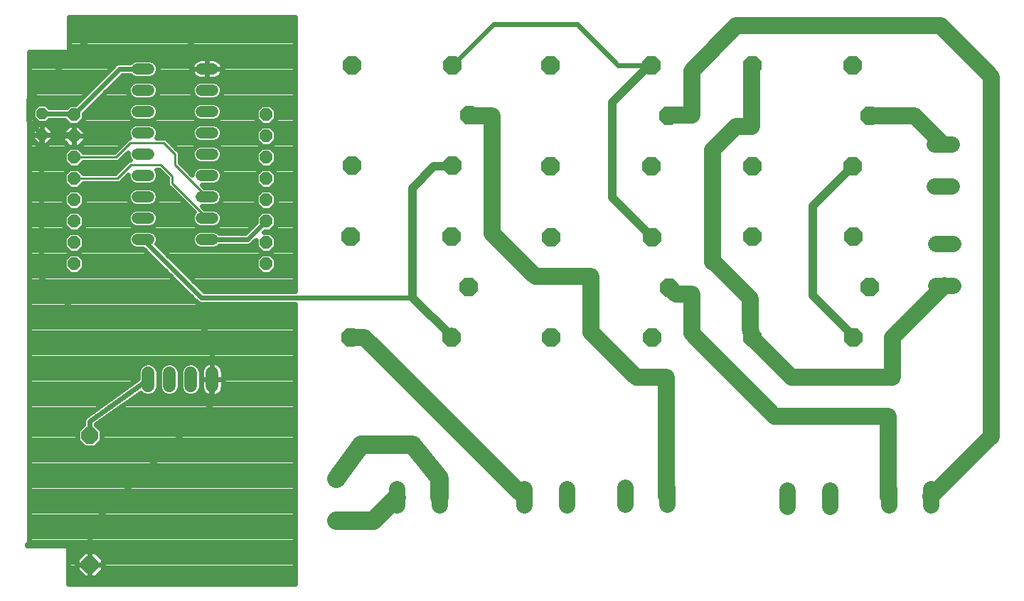
<source format=gbl>
G75*
%MOIN*%
%OFA0B0*%
%FSLAX25Y25*%
%IPPOS*%
%LPD*%
%AMOC8*
5,1,8,0,0,1.08239X$1,22.5*
%
%ADD10OC8,0.06000*%
%ADD11OC8,0.07874*%
%ADD12OC8,0.08600*%
%ADD13C,0.05200*%
%ADD14C,0.07800*%
%ADD15OC8,0.05200*%
%ADD16C,0.06000*%
%ADD17C,0.08600*%
%ADD18C,0.02400*%
%ADD19C,0.01000*%
%ADD20C,0.08000*%
%ADD21C,0.04000*%
D10*
X0054161Y0190291D03*
X0054161Y0200291D03*
X0054161Y0210291D03*
X0054161Y0220291D03*
X0054161Y0230291D03*
X0054161Y0240291D03*
X0054161Y0250291D03*
X0054161Y0260291D03*
X0144161Y0260291D03*
X0144161Y0250291D03*
X0144161Y0240291D03*
X0144161Y0230291D03*
X0144161Y0220291D03*
X0144161Y0210291D03*
X0144161Y0200291D03*
X0144161Y0190291D03*
D11*
X0061596Y0109690D03*
X0061596Y0049060D03*
X0177344Y0069532D03*
X0177344Y0089217D03*
D12*
X0184020Y0155833D03*
X0231264Y0155833D03*
X0239138Y0179455D03*
X0231264Y0203077D03*
X0277947Y0202792D03*
X0325191Y0202792D03*
X0333065Y0179170D03*
X0325191Y0155548D03*
X0277947Y0155548D03*
X0372153Y0155688D03*
X0419397Y0155688D03*
X0427271Y0179310D03*
X0419397Y0202932D03*
X0372153Y0202932D03*
X0372047Y0236156D03*
X0332778Y0259770D03*
X0324904Y0283392D03*
X0277660Y0283392D03*
X0239512Y0259868D03*
X0231638Y0283490D03*
X0184394Y0283490D03*
X0184394Y0236246D03*
X0184020Y0203077D03*
X0231638Y0236246D03*
X0277660Y0236148D03*
X0324904Y0236148D03*
X0372047Y0283400D03*
X0419291Y0283400D03*
X0427165Y0259778D03*
X0419291Y0236156D03*
D13*
X0119079Y0231751D02*
X0113879Y0231751D01*
X0113879Y0241751D02*
X0119079Y0241751D01*
X0119079Y0251751D02*
X0113879Y0251751D01*
X0113879Y0261751D02*
X0119079Y0261751D01*
X0119079Y0271751D02*
X0113879Y0271751D01*
X0113879Y0281751D02*
X0119079Y0281751D01*
X0089079Y0281751D02*
X0083879Y0281751D01*
X0083879Y0271751D02*
X0089079Y0271751D01*
X0089079Y0261751D02*
X0083879Y0261751D01*
X0083879Y0251751D02*
X0089079Y0251751D01*
X0089079Y0241751D02*
X0083879Y0241751D01*
X0083879Y0231751D02*
X0089079Y0231751D01*
X0089079Y0221751D02*
X0083879Y0221751D01*
X0083879Y0211751D02*
X0089079Y0211751D01*
X0089079Y0201751D02*
X0083879Y0201751D01*
X0113879Y0201751D02*
X0119079Y0201751D01*
X0119079Y0211751D02*
X0113879Y0211751D01*
X0113879Y0221751D02*
X0119079Y0221751D01*
D14*
X0205690Y0084758D02*
X0205690Y0076958D01*
X0225390Y0076958D02*
X0225390Y0084758D01*
X0265326Y0084807D02*
X0265326Y0077007D01*
X0285026Y0077007D02*
X0285026Y0084807D01*
X0312571Y0085226D02*
X0312571Y0077426D01*
X0332271Y0077426D02*
X0332271Y0085226D01*
X0388686Y0084173D02*
X0388686Y0076373D01*
X0408386Y0076373D02*
X0408386Y0084173D01*
X0436037Y0084764D02*
X0436037Y0076964D01*
X0455737Y0076964D02*
X0455737Y0084764D01*
X0458270Y0180159D02*
X0466070Y0180159D01*
X0466070Y0199859D02*
X0458270Y0199859D01*
X0457663Y0226553D02*
X0465463Y0226553D01*
X0465463Y0246253D02*
X0457663Y0246253D01*
D15*
X0039252Y0250850D03*
X0039252Y0260850D03*
D16*
X0088931Y0139091D02*
X0088931Y0133091D01*
X0098931Y0133091D02*
X0098931Y0139091D01*
X0108931Y0139091D02*
X0108931Y0133091D01*
X0118931Y0133091D02*
X0118931Y0139091D01*
D17*
X0177344Y0089217D02*
X0188932Y0105268D01*
X0213007Y0105268D01*
X0225390Y0089810D01*
X0225390Y0080858D01*
X0205690Y0080858D02*
X0194365Y0069532D01*
X0177344Y0069532D01*
D18*
X0051384Y0057974D02*
X0051384Y0039944D01*
X0157751Y0039944D01*
X0157751Y0171428D01*
X0113205Y0171428D01*
X0112102Y0171885D01*
X0111258Y0172729D01*
X0086637Y0197351D01*
X0083004Y0197351D01*
X0081387Y0198021D01*
X0080149Y0199258D01*
X0079479Y0200876D01*
X0079479Y0202626D01*
X0080149Y0204243D01*
X0081387Y0205481D01*
X0083004Y0206151D01*
X0089955Y0206151D01*
X0091572Y0205481D01*
X0092809Y0204243D01*
X0093479Y0202626D01*
X0093479Y0200876D01*
X0092928Y0199545D01*
X0115044Y0177428D01*
X0157751Y0177428D01*
X0157751Y0305972D01*
X0057657Y0305972D01*
X0057395Y0305654D01*
X0057395Y0306127D01*
X0051951Y0306127D01*
X0051951Y0289546D01*
X0033252Y0289546D01*
X0033252Y0058794D01*
X0032156Y0058794D01*
X0032156Y0057974D01*
X0051384Y0057974D01*
X0051384Y0057432D02*
X0157751Y0057432D01*
X0157751Y0055034D02*
X0064301Y0055034D01*
X0064138Y0055197D02*
X0061596Y0055197D01*
X0059054Y0055197D01*
X0055459Y0051602D01*
X0055459Y0049060D01*
X0061596Y0049060D01*
X0061596Y0055197D01*
X0061596Y0049060D01*
X0061596Y0049060D01*
X0061596Y0049060D01*
X0061596Y0067178D01*
X0118661Y0124243D01*
X0118661Y0135821D01*
X0118931Y0136091D01*
X0118931Y0136091D01*
X0118931Y0127891D01*
X0118522Y0127891D01*
X0117714Y0128019D01*
X0116935Y0128272D01*
X0116206Y0128644D01*
X0115544Y0129125D01*
X0114965Y0129704D01*
X0114484Y0130366D01*
X0114112Y0131095D01*
X0113859Y0131874D01*
X0113731Y0132682D01*
X0113731Y0136091D01*
X0118931Y0136091D01*
X0118931Y0136091D01*
X0118931Y0127891D01*
X0119341Y0127891D01*
X0120149Y0128019D01*
X0120927Y0128272D01*
X0121657Y0128644D01*
X0122319Y0129125D01*
X0122898Y0129704D01*
X0123379Y0130366D01*
X0123750Y0131095D01*
X0124003Y0131874D01*
X0124131Y0132682D01*
X0124131Y0136091D01*
X0118931Y0136091D01*
X0113731Y0136091D01*
X0113731Y0139501D01*
X0113859Y0140309D01*
X0114112Y0141088D01*
X0114484Y0141817D01*
X0114965Y0142479D01*
X0115544Y0143058D01*
X0116206Y0143539D01*
X0116935Y0143910D01*
X0117714Y0144163D01*
X0118522Y0144291D01*
X0118931Y0144291D01*
X0118931Y0136092D01*
X0118931Y0136092D01*
X0118931Y0144291D01*
X0119341Y0144291D01*
X0120149Y0144163D01*
X0120927Y0143910D01*
X0121657Y0143539D01*
X0122319Y0143058D01*
X0122898Y0142479D01*
X0123379Y0141817D01*
X0123750Y0141088D01*
X0124003Y0140309D01*
X0124131Y0139501D01*
X0124131Y0136091D01*
X0118931Y0136091D01*
X0118931Y0155742D01*
X0109191Y0165482D01*
X0057125Y0165482D01*
X0038972Y0183635D01*
X0038972Y0250569D01*
X0039252Y0250850D01*
X0039252Y0255650D01*
X0037264Y0255650D01*
X0034452Y0252838D01*
X0034452Y0250850D01*
X0039252Y0250850D01*
X0039252Y0250850D01*
X0039252Y0255650D01*
X0041240Y0255650D01*
X0044052Y0252838D01*
X0044052Y0250850D01*
X0039252Y0250850D01*
X0039252Y0250849D01*
X0039252Y0250849D01*
X0039252Y0246050D01*
X0037264Y0246050D01*
X0034452Y0248861D01*
X0034452Y0250849D01*
X0039252Y0250849D01*
X0039252Y0246050D01*
X0041240Y0246050D01*
X0044052Y0248861D01*
X0044052Y0250849D01*
X0039252Y0250849D01*
X0039252Y0250850D01*
X0032925Y0257771D01*
X0032925Y0267472D01*
X0063841Y0299115D01*
X0103452Y0299115D01*
X0116479Y0286088D01*
X0116479Y0281751D01*
X0116479Y0281751D01*
X0109079Y0281751D01*
X0109079Y0282129D01*
X0109198Y0282875D01*
X0109431Y0283593D01*
X0109774Y0284267D01*
X0110218Y0284878D01*
X0110752Y0285412D01*
X0111364Y0285856D01*
X0112037Y0286199D01*
X0112755Y0286433D01*
X0113502Y0286551D01*
X0116479Y0286551D01*
X0116479Y0281751D01*
X0116479Y0281751D01*
X0109079Y0281751D01*
X0109079Y0281373D01*
X0109198Y0280627D01*
X0109431Y0279908D01*
X0109774Y0279235D01*
X0110218Y0278624D01*
X0110752Y0278090D01*
X0111364Y0277646D01*
X0112037Y0277303D01*
X0112755Y0277069D01*
X0113502Y0276951D01*
X0116479Y0276951D01*
X0116479Y0281751D01*
X0116479Y0281751D01*
X0116479Y0286551D01*
X0119457Y0286551D01*
X0120203Y0286433D01*
X0120922Y0286199D01*
X0121595Y0285856D01*
X0122206Y0285412D01*
X0122741Y0284878D01*
X0123185Y0284267D01*
X0123528Y0283593D01*
X0123761Y0282875D01*
X0123879Y0282129D01*
X0123879Y0281751D01*
X0116479Y0281751D01*
X0116479Y0281751D01*
X0116479Y0276951D01*
X0119457Y0276951D01*
X0120203Y0277069D01*
X0120922Y0277303D01*
X0121595Y0277646D01*
X0122206Y0278090D01*
X0122741Y0278624D01*
X0123185Y0279235D01*
X0123528Y0279908D01*
X0123761Y0280627D01*
X0123879Y0281373D01*
X0123879Y0281751D01*
X0116479Y0281751D01*
X0116479Y0282892D02*
X0116479Y0282892D01*
X0116479Y0280494D02*
X0116479Y0280494D01*
X0116479Y0278095D02*
X0116479Y0278095D01*
X0113004Y0276151D02*
X0111387Y0275481D01*
X0110149Y0274243D01*
X0109479Y0272626D01*
X0109479Y0270876D01*
X0110149Y0269258D01*
X0111387Y0268021D01*
X0113004Y0267351D01*
X0119955Y0267351D01*
X0121572Y0268021D01*
X0122809Y0269258D01*
X0123479Y0270876D01*
X0123479Y0272626D01*
X0122809Y0274243D01*
X0121572Y0275481D01*
X0119955Y0276151D01*
X0113004Y0276151D01*
X0111908Y0275697D02*
X0091050Y0275697D01*
X0091572Y0275481D02*
X0089955Y0276151D01*
X0083004Y0276151D01*
X0081387Y0275481D01*
X0080149Y0274243D01*
X0079479Y0272626D01*
X0079479Y0270876D01*
X0080149Y0269258D01*
X0081387Y0268021D01*
X0083004Y0267351D01*
X0089955Y0267351D01*
X0091572Y0268021D01*
X0092809Y0269258D01*
X0093479Y0270876D01*
X0093479Y0272626D01*
X0092809Y0274243D01*
X0091572Y0275481D01*
X0089955Y0277351D02*
X0091572Y0278021D01*
X0092809Y0279258D01*
X0093479Y0280876D01*
X0093479Y0282626D01*
X0092809Y0284243D01*
X0091572Y0285481D01*
X0089955Y0286151D01*
X0083004Y0286151D01*
X0081387Y0285481D01*
X0080657Y0284751D01*
X0075024Y0284751D01*
X0073921Y0284294D01*
X0054718Y0265091D01*
X0052172Y0265091D01*
X0050931Y0263850D01*
X0042475Y0263850D01*
X0041075Y0265250D01*
X0037430Y0265250D01*
X0034852Y0262672D01*
X0034852Y0259027D01*
X0037430Y0256450D01*
X0041075Y0256450D01*
X0042475Y0257850D01*
X0049814Y0257850D01*
X0052172Y0255491D01*
X0056149Y0255491D01*
X0058961Y0258303D01*
X0058961Y0260848D01*
X0076863Y0278751D01*
X0080657Y0278751D01*
X0081387Y0278021D01*
X0083004Y0277351D01*
X0089955Y0277351D01*
X0091646Y0278095D02*
X0110747Y0278095D01*
X0109241Y0280494D02*
X0093321Y0280494D01*
X0093369Y0282892D02*
X0109203Y0282892D01*
X0110631Y0285291D02*
X0091762Y0285291D01*
X0086479Y0281751D02*
X0075620Y0281751D01*
X0054161Y0260291D01*
X0053602Y0260850D01*
X0039252Y0260850D01*
X0035884Y0263704D02*
X0033252Y0263704D01*
X0033252Y0261306D02*
X0034852Y0261306D01*
X0034972Y0258907D02*
X0033252Y0258907D01*
X0033252Y0256509D02*
X0037370Y0256509D01*
X0035725Y0254110D02*
X0033252Y0254110D01*
X0033252Y0251712D02*
X0034452Y0251712D01*
X0034452Y0249313D02*
X0033252Y0249313D01*
X0033252Y0246915D02*
X0036399Y0246915D01*
X0039252Y0246915D02*
X0039252Y0246915D01*
X0039252Y0249313D02*
X0039252Y0249313D01*
X0039252Y0250850D02*
X0053484Y0250968D01*
X0054161Y0250291D01*
X0054161Y0250291D01*
X0059361Y0250291D01*
X0059361Y0248137D01*
X0056315Y0245091D01*
X0054161Y0245091D01*
X0054161Y0250291D01*
X0059361Y0250291D01*
X0059361Y0252445D01*
X0056315Y0255491D01*
X0054161Y0255491D01*
X0054161Y0250291D01*
X0054161Y0250291D01*
X0054161Y0250291D01*
X0054161Y0245091D01*
X0052007Y0245091D01*
X0048961Y0248137D01*
X0048961Y0250291D01*
X0054161Y0250291D01*
X0054161Y0255491D01*
X0052007Y0255491D01*
X0048961Y0252445D01*
X0048961Y0250291D01*
X0054161Y0250291D01*
X0054161Y0250291D01*
X0054161Y0249313D02*
X0054161Y0249313D01*
X0054161Y0246915D02*
X0054161Y0246915D01*
X0056149Y0245091D02*
X0052172Y0245091D01*
X0049361Y0242279D01*
X0049361Y0238303D01*
X0052172Y0235491D01*
X0056149Y0235491D01*
X0058649Y0237991D01*
X0074962Y0237991D01*
X0079479Y0242508D01*
X0079479Y0240876D01*
X0080149Y0239258D01*
X0080460Y0238947D01*
X0079912Y0238947D01*
X0078565Y0237600D01*
X0073556Y0232591D01*
X0058649Y0232591D01*
X0056149Y0235091D01*
X0052172Y0235091D01*
X0049361Y0232279D01*
X0049361Y0228303D01*
X0052172Y0225491D01*
X0056149Y0225491D01*
X0058649Y0227991D01*
X0075461Y0227991D01*
X0079479Y0232009D01*
X0079479Y0230876D01*
X0080149Y0229258D01*
X0081387Y0228021D01*
X0083004Y0227351D01*
X0089955Y0227351D01*
X0091572Y0228021D01*
X0092809Y0229258D01*
X0093479Y0230876D01*
X0093479Y0232626D01*
X0092809Y0234243D01*
X0092705Y0234347D01*
X0094039Y0234347D01*
X0097842Y0230544D01*
X0097842Y0227135D01*
X0110442Y0214536D01*
X0110149Y0214243D01*
X0109479Y0212626D01*
X0109479Y0210876D01*
X0110149Y0209258D01*
X0111387Y0208021D01*
X0113004Y0207351D01*
X0119955Y0207351D01*
X0121572Y0208021D01*
X0122809Y0209258D01*
X0123479Y0210876D01*
X0123479Y0212626D01*
X0122809Y0214243D01*
X0121572Y0215481D01*
X0119955Y0216151D01*
X0115332Y0216151D01*
X0114132Y0217351D01*
X0119955Y0217351D01*
X0121572Y0218021D01*
X0122809Y0219258D01*
X0123479Y0220876D01*
X0123479Y0222626D01*
X0122809Y0224243D01*
X0121572Y0225481D01*
X0119955Y0226151D01*
X0115332Y0226151D01*
X0114132Y0227351D01*
X0119955Y0227351D01*
X0121572Y0228021D01*
X0122809Y0229258D01*
X0123479Y0230876D01*
X0123479Y0232626D01*
X0122809Y0234243D01*
X0121572Y0235481D01*
X0119955Y0236151D01*
X0113004Y0236151D01*
X0111387Y0235481D01*
X0110149Y0234243D01*
X0109479Y0232626D01*
X0109479Y0232004D01*
X0103762Y0237720D01*
X0103762Y0242684D01*
X0102415Y0244032D01*
X0097199Y0249248D01*
X0092799Y0249248D01*
X0092809Y0249258D01*
X0093479Y0250876D01*
X0093479Y0252626D01*
X0092809Y0254243D01*
X0091572Y0255481D01*
X0089955Y0256151D01*
X0083004Y0256151D01*
X0081387Y0255481D01*
X0080149Y0254243D01*
X0079479Y0252626D01*
X0079479Y0250876D01*
X0080149Y0249258D01*
X0080159Y0249248D01*
X0079714Y0249248D01*
X0078367Y0247901D01*
X0073057Y0242591D01*
X0058649Y0242591D01*
X0056149Y0245091D01*
X0056724Y0244516D02*
X0074982Y0244516D01*
X0077381Y0246915D02*
X0058138Y0246915D01*
X0059361Y0249313D02*
X0080126Y0249313D01*
X0079479Y0251712D02*
X0059361Y0251712D01*
X0057695Y0254110D02*
X0080094Y0254110D01*
X0081387Y0258021D02*
X0083004Y0257351D01*
X0089955Y0257351D01*
X0091572Y0258021D01*
X0092809Y0259258D01*
X0093479Y0260876D01*
X0093479Y0262626D01*
X0092809Y0264243D01*
X0091572Y0265481D01*
X0089955Y0266151D01*
X0083004Y0266151D01*
X0081387Y0265481D01*
X0080149Y0264243D01*
X0079479Y0262626D01*
X0079479Y0260876D01*
X0080149Y0259258D01*
X0081387Y0258021D01*
X0080500Y0258907D02*
X0058961Y0258907D01*
X0059418Y0261306D02*
X0079479Y0261306D01*
X0079926Y0263704D02*
X0061817Y0263704D01*
X0064215Y0266103D02*
X0082888Y0266103D01*
X0080906Y0268501D02*
X0066614Y0268501D01*
X0069012Y0270900D02*
X0079479Y0270900D01*
X0079758Y0273298D02*
X0071411Y0273298D01*
X0073809Y0275697D02*
X0081908Y0275697D01*
X0081312Y0278095D02*
X0076208Y0278095D01*
X0072519Y0282892D02*
X0033252Y0282892D01*
X0033252Y0280494D02*
X0070121Y0280494D01*
X0067722Y0278095D02*
X0033252Y0278095D01*
X0033252Y0275697D02*
X0065324Y0275697D01*
X0062925Y0273298D02*
X0033252Y0273298D01*
X0033252Y0270900D02*
X0060527Y0270900D01*
X0058128Y0268501D02*
X0033252Y0268501D01*
X0033252Y0266103D02*
X0055730Y0266103D01*
X0057167Y0256509D02*
X0141155Y0256509D01*
X0142172Y0255491D02*
X0146149Y0255491D01*
X0148961Y0258303D01*
X0148961Y0262279D01*
X0146149Y0265091D01*
X0142172Y0265091D01*
X0139361Y0262279D01*
X0139361Y0258303D01*
X0142172Y0255491D01*
X0142172Y0255091D02*
X0139361Y0252279D01*
X0139361Y0248303D01*
X0142172Y0245491D01*
X0146149Y0245491D01*
X0148961Y0248303D01*
X0148961Y0252279D01*
X0146149Y0255091D01*
X0142172Y0255091D01*
X0141192Y0254110D02*
X0122865Y0254110D01*
X0122809Y0254243D02*
X0121572Y0255481D01*
X0119955Y0256151D01*
X0113004Y0256151D01*
X0111387Y0255481D01*
X0110149Y0254243D01*
X0109479Y0252626D01*
X0109479Y0250876D01*
X0110149Y0249258D01*
X0111387Y0248021D01*
X0113004Y0247351D01*
X0119955Y0247351D01*
X0121572Y0248021D01*
X0122809Y0249258D01*
X0123479Y0250876D01*
X0123479Y0252626D01*
X0122809Y0254243D01*
X0123479Y0251712D02*
X0139361Y0251712D01*
X0139361Y0249313D02*
X0122832Y0249313D01*
X0121572Y0245481D02*
X0119955Y0246151D01*
X0113004Y0246151D01*
X0111387Y0245481D01*
X0110149Y0244243D01*
X0109479Y0242626D01*
X0109479Y0240876D01*
X0110149Y0239258D01*
X0111387Y0238021D01*
X0113004Y0237351D01*
X0119955Y0237351D01*
X0121572Y0238021D01*
X0122809Y0239258D01*
X0123479Y0240876D01*
X0123479Y0242626D01*
X0122809Y0244243D01*
X0121572Y0245481D01*
X0122536Y0244516D02*
X0141598Y0244516D01*
X0142172Y0245091D02*
X0139361Y0242279D01*
X0139361Y0238303D01*
X0142172Y0235491D01*
X0146149Y0235491D01*
X0148961Y0238303D01*
X0148961Y0242279D01*
X0146149Y0245091D01*
X0142172Y0245091D01*
X0140749Y0246915D02*
X0099532Y0246915D01*
X0101931Y0244516D02*
X0110422Y0244516D01*
X0109479Y0242118D02*
X0103762Y0242118D01*
X0103762Y0239719D02*
X0109958Y0239719D01*
X0110828Y0234922D02*
X0106561Y0234922D01*
X0108959Y0232524D02*
X0109479Y0232524D01*
X0104162Y0237321D02*
X0140343Y0237321D01*
X0139361Y0239719D02*
X0123000Y0239719D01*
X0123479Y0242118D02*
X0139361Y0242118D01*
X0142172Y0235091D02*
X0139361Y0232279D01*
X0139361Y0228303D01*
X0142172Y0225491D01*
X0146149Y0225491D01*
X0148961Y0228303D01*
X0148961Y0232279D01*
X0146149Y0235091D01*
X0142172Y0235091D01*
X0142004Y0234922D02*
X0122130Y0234922D01*
X0123479Y0232524D02*
X0139605Y0232524D01*
X0139361Y0230125D02*
X0123168Y0230125D01*
X0120862Y0227727D02*
X0139937Y0227727D01*
X0142172Y0225091D02*
X0139361Y0222279D01*
X0139361Y0218303D01*
X0142172Y0215491D01*
X0146149Y0215491D01*
X0148961Y0218303D01*
X0148961Y0222279D01*
X0146149Y0225091D01*
X0142172Y0225091D01*
X0140011Y0222930D02*
X0123354Y0222930D01*
X0123337Y0220531D02*
X0139361Y0220531D01*
X0139531Y0218133D02*
X0121684Y0218133D01*
X0120961Y0215734D02*
X0141929Y0215734D01*
X0142172Y0215091D02*
X0139361Y0212279D01*
X0139361Y0209734D01*
X0134378Y0204751D01*
X0122302Y0204751D01*
X0121572Y0205481D01*
X0119955Y0206151D01*
X0113004Y0206151D01*
X0111387Y0205481D01*
X0110149Y0204243D01*
X0109479Y0202626D01*
X0109479Y0200876D01*
X0110149Y0199258D01*
X0111387Y0198021D01*
X0113004Y0197351D01*
X0119955Y0197351D01*
X0121572Y0198021D01*
X0122302Y0198751D01*
X0136217Y0198751D01*
X0137320Y0199208D01*
X0139361Y0201248D01*
X0139361Y0198303D01*
X0142172Y0195491D01*
X0146149Y0195491D01*
X0148961Y0198303D01*
X0148961Y0202279D01*
X0146149Y0205091D01*
X0143203Y0205091D01*
X0143603Y0205491D01*
X0146149Y0205491D01*
X0148961Y0208303D01*
X0148961Y0212279D01*
X0146149Y0215091D01*
X0142172Y0215091D01*
X0140417Y0213336D02*
X0123185Y0213336D01*
X0123479Y0210937D02*
X0139361Y0210937D01*
X0138166Y0208539D02*
X0122090Y0208539D01*
X0119981Y0206140D02*
X0135767Y0206140D01*
X0135620Y0201751D02*
X0144161Y0210291D01*
X0147904Y0213336D02*
X0157751Y0213336D01*
X0157751Y0215734D02*
X0146392Y0215734D01*
X0148790Y0218133D02*
X0157751Y0218133D01*
X0157751Y0220531D02*
X0148961Y0220531D01*
X0148310Y0222930D02*
X0157751Y0222930D01*
X0157751Y0225328D02*
X0121725Y0225328D01*
X0109243Y0215734D02*
X0090961Y0215734D01*
X0091572Y0215481D02*
X0089955Y0216151D01*
X0083004Y0216151D01*
X0081387Y0215481D01*
X0080149Y0214243D01*
X0079479Y0212626D01*
X0079479Y0210876D01*
X0080149Y0209258D01*
X0081387Y0208021D01*
X0083004Y0207351D01*
X0089955Y0207351D01*
X0091572Y0208021D01*
X0092809Y0209258D01*
X0093479Y0210876D01*
X0093479Y0212626D01*
X0092809Y0214243D01*
X0091572Y0215481D01*
X0089955Y0217351D02*
X0091572Y0218021D01*
X0092809Y0219258D01*
X0093479Y0220876D01*
X0093479Y0222626D01*
X0092809Y0224243D01*
X0091572Y0225481D01*
X0089955Y0226151D01*
X0083004Y0226151D01*
X0081387Y0225481D01*
X0080149Y0224243D01*
X0079479Y0222626D01*
X0079479Y0220876D01*
X0080149Y0219258D01*
X0081387Y0218021D01*
X0083004Y0217351D01*
X0089955Y0217351D01*
X0091684Y0218133D02*
X0106845Y0218133D01*
X0104446Y0220531D02*
X0093337Y0220531D01*
X0093354Y0222930D02*
X0102048Y0222930D01*
X0099649Y0225328D02*
X0091725Y0225328D01*
X0090862Y0227727D02*
X0097842Y0227727D01*
X0097842Y0230125D02*
X0093168Y0230125D01*
X0093479Y0232524D02*
X0095863Y0232524D01*
X0082097Y0227727D02*
X0058384Y0227727D01*
X0056149Y0225091D02*
X0052172Y0225091D01*
X0049361Y0222279D01*
X0049361Y0218303D01*
X0052172Y0215491D01*
X0056149Y0215491D01*
X0058961Y0218303D01*
X0058961Y0222279D01*
X0056149Y0225091D01*
X0058310Y0222930D02*
X0079605Y0222930D01*
X0079622Y0220531D02*
X0058961Y0220531D01*
X0058790Y0218133D02*
X0081275Y0218133D01*
X0081998Y0215734D02*
X0056392Y0215734D01*
X0056149Y0215091D02*
X0058961Y0212279D01*
X0058961Y0208303D01*
X0056149Y0205491D01*
X0052172Y0205491D01*
X0049361Y0208303D01*
X0049361Y0212279D01*
X0052172Y0215091D01*
X0056149Y0215091D01*
X0057904Y0213336D02*
X0079773Y0213336D01*
X0079479Y0210937D02*
X0058961Y0210937D01*
X0058961Y0208539D02*
X0080869Y0208539D01*
X0082978Y0206140D02*
X0056798Y0206140D01*
X0056149Y0205091D02*
X0052172Y0205091D01*
X0049361Y0202279D01*
X0049361Y0198303D01*
X0052172Y0195491D01*
X0056149Y0195491D01*
X0058961Y0198303D01*
X0058961Y0202279D01*
X0056149Y0205091D01*
X0057498Y0203742D02*
X0079941Y0203742D01*
X0079479Y0201343D02*
X0058961Y0201343D01*
X0058961Y0198945D02*
X0080463Y0198945D01*
X0086479Y0201751D02*
X0113802Y0174428D01*
X0212890Y0174428D01*
X0157751Y0170162D02*
X0033252Y0170162D01*
X0033252Y0167764D02*
X0157751Y0167764D01*
X0157751Y0165365D02*
X0033252Y0165365D01*
X0033252Y0162967D02*
X0157751Y0162967D01*
X0157751Y0160568D02*
X0033252Y0160568D01*
X0033252Y0158170D02*
X0157751Y0158170D01*
X0157751Y0155771D02*
X0033252Y0155771D01*
X0033252Y0153373D02*
X0157751Y0153373D01*
X0157751Y0150974D02*
X0033252Y0150974D01*
X0033252Y0148576D02*
X0157751Y0148576D01*
X0157751Y0146177D02*
X0033252Y0146177D01*
X0033252Y0143779D02*
X0087705Y0143779D01*
X0087976Y0143891D02*
X0086212Y0143161D01*
X0084862Y0141810D01*
X0084131Y0140046D01*
X0084131Y0136337D01*
X0060128Y0119097D01*
X0059897Y0119001D01*
X0059647Y0118752D01*
X0059361Y0118546D01*
X0059230Y0118334D01*
X0059053Y0118157D01*
X0058918Y0117832D01*
X0058732Y0117532D01*
X0058692Y0117286D01*
X0058596Y0117055D01*
X0058596Y0116702D01*
X0058539Y0116354D01*
X0058596Y0116111D01*
X0058596Y0114803D01*
X0055859Y0112066D01*
X0055859Y0107313D01*
X0059220Y0103953D01*
X0063972Y0103953D01*
X0067333Y0107313D01*
X0067333Y0112066D01*
X0064596Y0114803D01*
X0064596Y0114919D01*
X0085384Y0129850D01*
X0086212Y0129022D01*
X0087976Y0128291D01*
X0089886Y0128291D01*
X0091650Y0129022D01*
X0093000Y0130372D01*
X0093731Y0132137D01*
X0093731Y0140046D01*
X0093000Y0141810D01*
X0091650Y0143161D01*
X0089886Y0143891D01*
X0087976Y0143891D01*
X0090158Y0143779D02*
X0097705Y0143779D01*
X0097976Y0143891D02*
X0096212Y0143161D01*
X0094862Y0141810D01*
X0094131Y0140046D01*
X0094131Y0132137D01*
X0094862Y0130372D01*
X0096212Y0129022D01*
X0097976Y0128291D01*
X0099886Y0128291D01*
X0101650Y0129022D01*
X0103000Y0130372D01*
X0103731Y0132137D01*
X0103731Y0140046D01*
X0103000Y0141810D01*
X0101650Y0143161D01*
X0099886Y0143891D01*
X0097976Y0143891D01*
X0100158Y0143779D02*
X0107705Y0143779D01*
X0107976Y0143891D02*
X0106212Y0143161D01*
X0104862Y0141810D01*
X0104131Y0140046D01*
X0104131Y0132137D01*
X0104862Y0130372D01*
X0106212Y0129022D01*
X0107976Y0128291D01*
X0109886Y0128291D01*
X0111650Y0129022D01*
X0113000Y0130372D01*
X0113731Y0132137D01*
X0113731Y0140046D01*
X0113000Y0141810D01*
X0111650Y0143161D01*
X0109886Y0143891D01*
X0107976Y0143891D01*
X0110158Y0143779D02*
X0116677Y0143779D01*
X0118931Y0143779D02*
X0118931Y0143779D01*
X0121186Y0143779D02*
X0157751Y0143779D01*
X0157751Y0141380D02*
X0123601Y0141380D01*
X0124131Y0138982D02*
X0157751Y0138982D01*
X0157751Y0136583D02*
X0124131Y0136583D01*
X0124131Y0134185D02*
X0157751Y0134185D01*
X0157751Y0131786D02*
X0123975Y0131786D01*
X0122581Y0129388D02*
X0157751Y0129388D01*
X0157751Y0126989D02*
X0081401Y0126989D01*
X0078062Y0124591D02*
X0157751Y0124591D01*
X0157751Y0122192D02*
X0074722Y0122192D01*
X0071383Y0119794D02*
X0157751Y0119794D01*
X0157751Y0117395D02*
X0068044Y0117395D01*
X0064704Y0114997D02*
X0157751Y0114997D01*
X0157751Y0112598D02*
X0066801Y0112598D01*
X0067333Y0110200D02*
X0157751Y0110200D01*
X0157751Y0107801D02*
X0067333Y0107801D01*
X0065422Y0105403D02*
X0157751Y0105403D01*
X0157751Y0103004D02*
X0033252Y0103004D01*
X0033252Y0100606D02*
X0157751Y0100606D01*
X0157751Y0098207D02*
X0033252Y0098207D01*
X0033252Y0095809D02*
X0157751Y0095809D01*
X0157751Y0093410D02*
X0033252Y0093410D01*
X0033252Y0091012D02*
X0157751Y0091012D01*
X0157751Y0088613D02*
X0033252Y0088613D01*
X0033252Y0086215D02*
X0157751Y0086215D01*
X0157751Y0083816D02*
X0033252Y0083816D01*
X0033252Y0081417D02*
X0157751Y0081417D01*
X0157751Y0079019D02*
X0033252Y0079019D01*
X0033252Y0076620D02*
X0157751Y0076620D01*
X0157751Y0074222D02*
X0033252Y0074222D01*
X0033252Y0071823D02*
X0157751Y0071823D01*
X0157751Y0069425D02*
X0033252Y0069425D01*
X0033252Y0067026D02*
X0157751Y0067026D01*
X0157751Y0064628D02*
X0033252Y0064628D01*
X0033252Y0062229D02*
X0157751Y0062229D01*
X0157751Y0059831D02*
X0033252Y0059831D01*
X0051384Y0055034D02*
X0058891Y0055034D01*
X0061596Y0055034D02*
X0061596Y0055034D01*
X0061596Y0052635D02*
X0061596Y0052635D01*
X0061596Y0050237D02*
X0061596Y0050237D01*
X0061596Y0049060D02*
X0067733Y0049060D01*
X0067733Y0051602D01*
X0064138Y0055197D01*
X0066700Y0052635D02*
X0157751Y0052635D01*
X0157751Y0050237D02*
X0067733Y0050237D01*
X0067733Y0049060D02*
X0061596Y0049060D01*
X0061596Y0049060D01*
X0055459Y0049060D01*
X0055459Y0046518D01*
X0059054Y0042923D01*
X0061596Y0042923D01*
X0061596Y0049060D01*
X0061596Y0042923D01*
X0064138Y0042923D01*
X0067733Y0046518D01*
X0067733Y0049060D01*
X0067733Y0047838D02*
X0157751Y0047838D01*
X0157751Y0045440D02*
X0066655Y0045440D01*
X0064256Y0043041D02*
X0157751Y0043041D01*
X0157751Y0040643D02*
X0051384Y0040643D01*
X0051384Y0043041D02*
X0058936Y0043041D01*
X0061596Y0043041D02*
X0061596Y0043041D01*
X0061596Y0045440D02*
X0061596Y0045440D01*
X0061596Y0047838D02*
X0061596Y0047838D01*
X0061596Y0049060D02*
X0061596Y0049060D01*
X0056537Y0045440D02*
X0051384Y0045440D01*
X0051384Y0047838D02*
X0055459Y0047838D01*
X0055459Y0050237D02*
X0051384Y0050237D01*
X0051384Y0052635D02*
X0056492Y0052635D01*
X0057770Y0105403D02*
X0033252Y0105403D01*
X0033252Y0107801D02*
X0055859Y0107801D01*
X0055859Y0110200D02*
X0033252Y0110200D01*
X0033252Y0112598D02*
X0056391Y0112598D01*
X0058596Y0114997D02*
X0033252Y0114997D01*
X0033252Y0117395D02*
X0058710Y0117395D01*
X0061596Y0116458D02*
X0088931Y0136091D01*
X0084131Y0136583D02*
X0033252Y0136583D01*
X0033252Y0134185D02*
X0081134Y0134185D01*
X0077795Y0131786D02*
X0033252Y0131786D01*
X0033252Y0129388D02*
X0074455Y0129388D01*
X0071116Y0126989D02*
X0033252Y0126989D01*
X0033252Y0124591D02*
X0067777Y0124591D01*
X0064437Y0122192D02*
X0033252Y0122192D01*
X0033252Y0119794D02*
X0061098Y0119794D01*
X0061596Y0116458D02*
X0061596Y0109690D01*
X0084740Y0129388D02*
X0085847Y0129388D01*
X0092016Y0129388D02*
X0095847Y0129388D01*
X0094276Y0131786D02*
X0093586Y0131786D01*
X0093731Y0134185D02*
X0094131Y0134185D01*
X0094131Y0136583D02*
X0093731Y0136583D01*
X0093731Y0138982D02*
X0094131Y0138982D01*
X0094684Y0141380D02*
X0093179Y0141380D01*
X0084684Y0141380D02*
X0033252Y0141380D01*
X0033252Y0138982D02*
X0084131Y0138982D01*
X0103179Y0141380D02*
X0104684Y0141380D01*
X0104131Y0138982D02*
X0103731Y0138982D01*
X0103731Y0136583D02*
X0104131Y0136583D01*
X0104131Y0134185D02*
X0103731Y0134185D01*
X0103586Y0131786D02*
X0104276Y0131786D01*
X0105847Y0129388D02*
X0102016Y0129388D01*
X0112016Y0129388D02*
X0115281Y0129388D01*
X0113888Y0131786D02*
X0113586Y0131786D01*
X0113731Y0134185D02*
X0113731Y0134185D01*
X0113731Y0136583D02*
X0113731Y0136583D01*
X0113731Y0138982D02*
X0113731Y0138982D01*
X0114261Y0141380D02*
X0113179Y0141380D01*
X0118931Y0141380D02*
X0118931Y0141380D01*
X0118931Y0138982D02*
X0118931Y0138982D01*
X0118931Y0136583D02*
X0118931Y0136583D01*
X0118931Y0136091D02*
X0118931Y0136091D01*
X0118931Y0134185D02*
X0118931Y0134185D01*
X0118931Y0131786D02*
X0118931Y0131786D01*
X0118931Y0129388D02*
X0118931Y0129388D01*
X0111427Y0172561D02*
X0033252Y0172561D01*
X0033252Y0174959D02*
X0109028Y0174959D01*
X0106630Y0177358D02*
X0033252Y0177358D01*
X0033252Y0179756D02*
X0104231Y0179756D01*
X0101833Y0182155D02*
X0033252Y0182155D01*
X0033252Y0184553D02*
X0099434Y0184553D01*
X0097036Y0186952D02*
X0057610Y0186952D01*
X0058961Y0188303D02*
X0056149Y0185491D01*
X0052172Y0185491D01*
X0049361Y0188303D01*
X0049361Y0192279D01*
X0052172Y0195091D01*
X0056149Y0195091D01*
X0058961Y0192279D01*
X0058961Y0188303D01*
X0058961Y0189350D02*
X0094637Y0189350D01*
X0092239Y0191749D02*
X0058961Y0191749D01*
X0057092Y0194148D02*
X0089840Y0194148D01*
X0087441Y0196546D02*
X0057204Y0196546D01*
X0051118Y0196546D02*
X0033252Y0196546D01*
X0033252Y0194148D02*
X0051229Y0194148D01*
X0049361Y0191749D02*
X0033252Y0191749D01*
X0033252Y0189350D02*
X0049361Y0189350D01*
X0050712Y0186952D02*
X0033252Y0186952D01*
X0033252Y0198945D02*
X0049361Y0198945D01*
X0049361Y0201343D02*
X0033252Y0201343D01*
X0033252Y0203742D02*
X0050823Y0203742D01*
X0051523Y0206140D02*
X0033252Y0206140D01*
X0033252Y0208539D02*
X0049361Y0208539D01*
X0049361Y0210937D02*
X0033252Y0210937D01*
X0033252Y0213336D02*
X0050417Y0213336D01*
X0051929Y0215734D02*
X0033252Y0215734D01*
X0033252Y0218133D02*
X0049531Y0218133D01*
X0049361Y0220531D02*
X0033252Y0220531D01*
X0033252Y0222930D02*
X0050011Y0222930D01*
X0049937Y0227727D02*
X0033252Y0227727D01*
X0033252Y0230125D02*
X0049361Y0230125D01*
X0049605Y0232524D02*
X0033252Y0232524D01*
X0033252Y0234922D02*
X0052004Y0234922D01*
X0050343Y0237321D02*
X0033252Y0237321D01*
X0033252Y0239719D02*
X0049361Y0239719D01*
X0049361Y0242118D02*
X0033252Y0242118D01*
X0033252Y0244516D02*
X0051598Y0244516D01*
X0050183Y0246915D02*
X0042106Y0246915D01*
X0044052Y0249313D02*
X0048961Y0249313D01*
X0048961Y0251712D02*
X0044052Y0251712D01*
X0042780Y0254110D02*
X0050626Y0254110D01*
X0051155Y0256509D02*
X0041134Y0256509D01*
X0039252Y0254110D02*
X0039252Y0254110D01*
X0039252Y0251712D02*
X0039252Y0251712D01*
X0054161Y0251712D02*
X0054161Y0251712D01*
X0054161Y0254110D02*
X0054161Y0254110D01*
X0076691Y0239719D02*
X0079958Y0239719D01*
X0079479Y0242118D02*
X0079089Y0242118D01*
X0078286Y0237321D02*
X0057979Y0237321D01*
X0056318Y0234922D02*
X0075887Y0234922D01*
X0077595Y0230125D02*
X0079790Y0230125D01*
X0081234Y0225328D02*
X0033252Y0225328D01*
X0089981Y0206140D02*
X0112978Y0206140D01*
X0110869Y0208539D02*
X0092090Y0208539D01*
X0093479Y0210937D02*
X0109479Y0210937D01*
X0109773Y0213336D02*
X0093185Y0213336D01*
X0093017Y0203742D02*
X0109941Y0203742D01*
X0109479Y0201343D02*
X0093479Y0201343D01*
X0093528Y0198945D02*
X0110463Y0198945D01*
X0116479Y0201751D02*
X0135620Y0201751D01*
X0136685Y0198945D02*
X0139361Y0198945D01*
X0141118Y0196546D02*
X0095927Y0196546D01*
X0098325Y0194148D02*
X0141229Y0194148D01*
X0142172Y0195091D02*
X0139361Y0192279D01*
X0139361Y0188303D01*
X0142172Y0185491D01*
X0146149Y0185491D01*
X0148961Y0188303D01*
X0148961Y0192279D01*
X0146149Y0195091D01*
X0142172Y0195091D01*
X0139361Y0191749D02*
X0100724Y0191749D01*
X0103122Y0189350D02*
X0139361Y0189350D01*
X0140712Y0186952D02*
X0105521Y0186952D01*
X0107919Y0184553D02*
X0157751Y0184553D01*
X0157751Y0182155D02*
X0110318Y0182155D01*
X0112716Y0179756D02*
X0157751Y0179756D01*
X0157751Y0186952D02*
X0147610Y0186952D01*
X0148961Y0189350D02*
X0157751Y0189350D01*
X0157751Y0191749D02*
X0148961Y0191749D01*
X0147092Y0194148D02*
X0157751Y0194148D01*
X0157751Y0196546D02*
X0147204Y0196546D01*
X0148961Y0198945D02*
X0157751Y0198945D01*
X0157751Y0201343D02*
X0148961Y0201343D01*
X0147498Y0203742D02*
X0157751Y0203742D01*
X0157751Y0206140D02*
X0146798Y0206140D01*
X0148961Y0208539D02*
X0157751Y0208539D01*
X0157751Y0210937D02*
X0148961Y0210937D01*
X0148384Y0227727D02*
X0157751Y0227727D01*
X0157751Y0230125D02*
X0148961Y0230125D01*
X0148716Y0232524D02*
X0157751Y0232524D01*
X0157751Y0234922D02*
X0146318Y0234922D01*
X0147979Y0237321D02*
X0157751Y0237321D01*
X0157751Y0239719D02*
X0148961Y0239719D01*
X0148961Y0242118D02*
X0157751Y0242118D01*
X0157751Y0244516D02*
X0146724Y0244516D01*
X0147573Y0246915D02*
X0157751Y0246915D01*
X0157751Y0249313D02*
X0148961Y0249313D01*
X0148961Y0251712D02*
X0157751Y0251712D01*
X0157751Y0254110D02*
X0147130Y0254110D01*
X0147167Y0256509D02*
X0157751Y0256509D01*
X0157751Y0258907D02*
X0148961Y0258907D01*
X0148961Y0261306D02*
X0157751Y0261306D01*
X0157751Y0263704D02*
X0147536Y0263704D01*
X0140786Y0263704D02*
X0123033Y0263704D01*
X0122809Y0264243D02*
X0121572Y0265481D01*
X0119955Y0266151D01*
X0113004Y0266151D01*
X0111387Y0265481D01*
X0110149Y0264243D01*
X0109479Y0262626D01*
X0109479Y0260876D01*
X0110149Y0259258D01*
X0111387Y0258021D01*
X0113004Y0257351D01*
X0119955Y0257351D01*
X0121572Y0258021D01*
X0122809Y0259258D01*
X0123479Y0260876D01*
X0123479Y0262626D01*
X0122809Y0264243D01*
X0123479Y0261306D02*
X0139361Y0261306D01*
X0139361Y0258907D02*
X0122458Y0258907D01*
X0120070Y0266103D02*
X0157751Y0266103D01*
X0157751Y0268501D02*
X0122052Y0268501D01*
X0123479Y0270900D02*
X0157751Y0270900D01*
X0157751Y0273298D02*
X0123201Y0273298D01*
X0121050Y0275697D02*
X0157751Y0275697D01*
X0157751Y0278095D02*
X0122212Y0278095D01*
X0123718Y0280494D02*
X0157751Y0280494D01*
X0157751Y0282892D02*
X0123755Y0282892D01*
X0122327Y0285291D02*
X0157751Y0285291D01*
X0157751Y0287689D02*
X0033252Y0287689D01*
X0033252Y0285291D02*
X0081197Y0285291D01*
X0093201Y0273298D02*
X0109758Y0273298D01*
X0109479Y0270900D02*
X0093479Y0270900D01*
X0092052Y0268501D02*
X0110906Y0268501D01*
X0112888Y0266103D02*
X0090070Y0266103D01*
X0093033Y0263704D02*
X0109926Y0263704D01*
X0109479Y0261306D02*
X0093479Y0261306D01*
X0092458Y0258907D02*
X0110500Y0258907D01*
X0110094Y0254110D02*
X0092865Y0254110D01*
X0093479Y0251712D02*
X0109479Y0251712D01*
X0110126Y0249313D02*
X0092832Y0249313D01*
X0116479Y0285291D02*
X0116479Y0285291D01*
X0157751Y0290088D02*
X0051951Y0290088D01*
X0051951Y0292486D02*
X0157751Y0292486D01*
X0157751Y0294885D02*
X0051951Y0294885D01*
X0051951Y0297284D02*
X0157751Y0297284D01*
X0157751Y0299682D02*
X0051951Y0299682D01*
X0051951Y0302081D02*
X0157751Y0302081D01*
X0157751Y0304479D02*
X0051951Y0304479D01*
X0231638Y0283490D02*
X0250694Y0302546D01*
X0290201Y0302546D01*
X0309355Y0283392D01*
X0324904Y0283392D01*
D19*
X0116479Y0221751D02*
X0101462Y0236768D01*
X0101462Y0241732D01*
X0096246Y0246948D01*
X0080667Y0246948D01*
X0074010Y0240291D01*
X0054161Y0240291D01*
X0054161Y0230291D02*
X0074509Y0230291D01*
X0080865Y0236647D01*
X0094992Y0236647D01*
X0100142Y0231497D01*
X0100142Y0228088D01*
X0116479Y0211751D01*
D20*
X0184020Y0155833D02*
X0184347Y0155728D01*
X0190252Y0155728D01*
X0265055Y0080925D01*
X0265326Y0080907D01*
X0331985Y0081417D02*
X0332271Y0081326D01*
X0331985Y0081417D02*
X0331985Y0137027D01*
X0317713Y0137027D01*
X0296551Y0158188D01*
X0296551Y0184271D01*
X0270469Y0184271D01*
X0250292Y0204448D01*
X0250292Y0259566D01*
X0239957Y0259566D01*
X0239512Y0259868D01*
X0231638Y0236246D02*
X0231591Y0235944D01*
X0332778Y0259770D02*
X0332969Y0260058D01*
X0343703Y0260058D01*
X0343703Y0280728D01*
X0364465Y0301889D01*
X0460390Y0301889D01*
X0484111Y0278169D01*
X0484111Y0109035D01*
X0483677Y0108602D01*
X0456000Y0080925D01*
X0455737Y0080864D01*
X0436037Y0080864D02*
X0435823Y0080925D01*
X0435823Y0118818D01*
X0382674Y0118818D01*
X0343796Y0157696D01*
X0343796Y0175905D01*
X0336414Y0175905D01*
X0333461Y0178858D01*
X0333065Y0179170D01*
X0353638Y0191161D02*
X0354130Y0191161D01*
X0371355Y0173936D01*
X0371355Y0159665D01*
X0372153Y0155688D01*
X0372339Y0155236D01*
X0390548Y0137027D01*
X0437792Y0137027D01*
X0437792Y0155728D01*
X0461906Y0179842D01*
X0462170Y0180159D01*
X0419397Y0155688D02*
X0419091Y0155728D01*
X0353638Y0191161D02*
X0353638Y0243818D01*
X0364465Y0254645D01*
X0371847Y0254645D01*
X0371847Y0283188D01*
X0372047Y0283400D01*
X0427165Y0259778D02*
X0427457Y0259566D01*
X0448126Y0259566D01*
X0461414Y0246279D01*
X0461563Y0246253D01*
X0419291Y0236156D02*
X0419091Y0235944D01*
X0231264Y0155833D02*
X0231099Y0156220D01*
X0483677Y0108602D02*
X0484051Y0108976D01*
D21*
X0419091Y0155728D02*
X0419091Y0156856D01*
X0400601Y0175346D01*
X0400601Y0217465D01*
X0419291Y0236156D01*
X0325191Y0202792D02*
X0306501Y0221482D01*
X0306501Y0266146D01*
X0323747Y0283392D01*
X0324904Y0283392D01*
X0231591Y0235944D02*
X0222800Y0235944D01*
X0212701Y0225846D01*
X0212701Y0174617D01*
X0212890Y0174428D01*
X0231099Y0156220D01*
M02*

</source>
